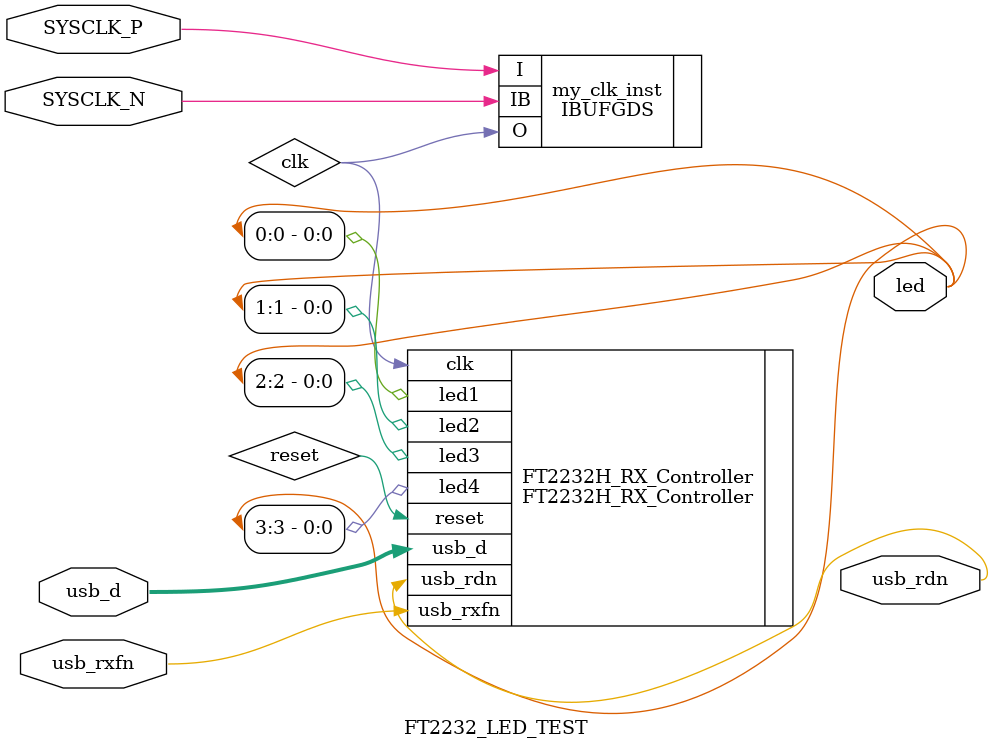
<source format=v>
module FT2232_LED_TEST(
		// 125 MHz Differential Clock
		input wire SYSCLK_P, SYSCLK_N,
		
		// Test LEDs
		output wire [3:0] led,
		
		// FT2232H Signals
		input wire [7:0] usb_d,
		output wire usb_rdn,
		//output wire usb_wrn,
		input wire usb_rxfn
		//input wire usb_txen		
	);
	
	/////////////////////////////////////////////////////////////////////////////////////////
	// 125 MHz Single Ended Clock
	/////////////////////////////////////////////////////////////////////////////////////////
	IBUFGDS my_clk_inst (.O  (clk),
								.I  (SYSCLK_P),
								.IB (SYSCLK_N));
	
	/////////////////////////////////////////////////////////////////////////////////////////
	// FT2232H RX Controller
	/////////////////////////////////////////////////////////////////////////////////////////
	FT2232H_RX_Controller FT2232H_RX_Controller (
		.clk(clk), 
		.reset(reset), 
		.usb_d(usb_d),
		.usb_rxfn(usb_rxfn),
		.usb_rdn(usb_rdn),
		.led1(led[0]),
		.led2(led[1]),
		.led3(led[2]),
		.led4(led[3])
	);

endmodule

</source>
